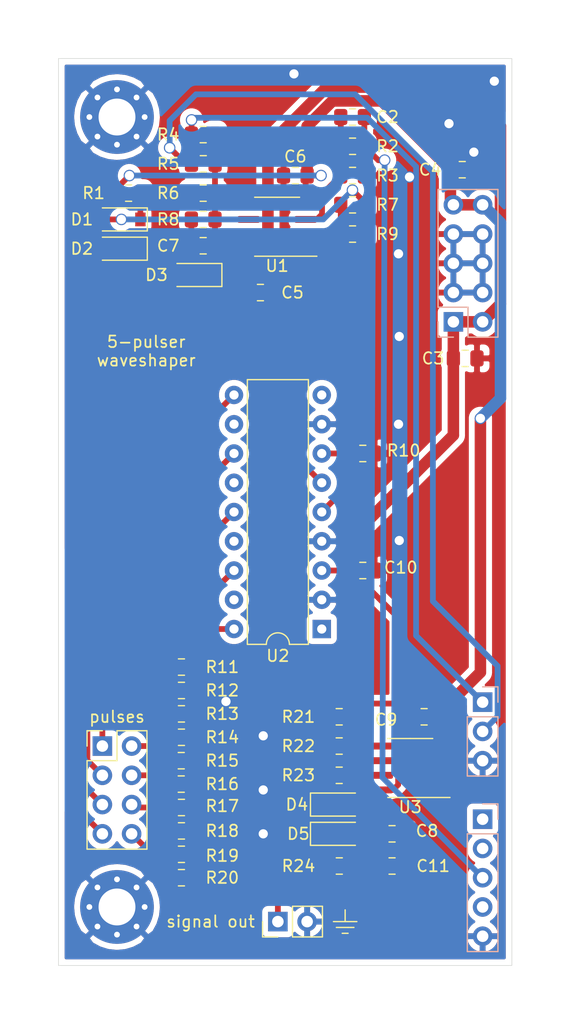
<source format=kicad_pcb>
(kicad_pcb (version 20171130) (host pcbnew 5.1.6-c6e7f7d~86~ubuntu18.04.1)
  (layers (0 F.Cu signal) (31 B.Cu signal) (34 B.Paste user hide) (35 F.Paste user hide) (36 B.SilkS user) (37 F.SilkS user) (38 B.Mask user) (39 F.Mask user hide) (44 Edge.Cuts user))
  (net 0 "")
  (net 1 "Net-(C2-Pad2)")
  (net 2 "Net-(C2-Pad1)")
  (net 3 "Net-(C7-Pad2)")
  (net 4 "Net-(C7-Pad1)")
  (net 5 GND)
  (net 6 "Net-(C11-Pad1)")
  (net 7 -5_volts)
  (net 8 "Net-(D1-Pad1)")
  (net 9 "Net-(D3-Pad1)")
  (net 10 "Net-(D4-Pad2)")
  (net 11 "Net-(J1-Pad4)")
  (net 12 "Net-(J1-Pad2)")
  (net 13 "Net-(J1-Pad1)")
  (net 14 "Net-(J2-Pad2)")
  (net 15 "Net-(J2-Pad1)")
  (net 16 "Net-(J4-Pad1)")
  (net 17 "Net-(R7-Pad1)")
  (net 18 "Net-(R9-Pad1)")
  (net 19 "Net-(R10-Pad1)")
  (net 20 "Net-(R11-Pad1)")
  (net 21 "Net-(R12-Pad1)")
  (net 22 "Net-(R21-Pad1)")
  (net 23 "Net-(R23-Pad2)")
  (net 24 "Net-(U2-Pad9)")
  (net 25 "Net-(U2-Pad17)")
  (net 26 "Net-(U2-Pad15)")
  (net 27 "Net-(U2-Pad13)")
  (net 28 "Net-(U2-Pad11)")
  (net 29 "Net-(U2-Pad1)")
  (net 30 "Net-(J5-Pad8)")
  (net 31 "Net-(J5-Pad7)")
  (net 32 "Net-(J5-Pad6)")
  (net 33 "Net-(J5-Pad5)")
  (net 34 "Net-(J5-Pad4)")
  (net 35 "Net-(J5-Pad3)")
  (net 36 "Net-(J5-Pad2)")
  (net 37 "Net-(J5-Pad1)")
  (net 38 "Net-(U3-Pad1)")
  (net 39 +12V)
  (net 40 -12V)
  (module Connector_PinHeader_2.54mm:PinHeader_2x05_P2.54mm_Vertical (layer B.Cu) (at 110.49 60.96)
    (fp_text reference J3 hide)
    (fp_text value Conn_02x05_Odd_Even)
    (pad 10 thru_hole oval (at 2.54 -10.16) (size 1.7 1.7) (drill 1) (layers *.Cu *.Mask) (net 40 -12V))
    (pad 9 thru_hole oval (at 0 -10.16) (size 1.7 1.7) (drill 1) (layers *.Cu *.Mask) (net 40 -12V))
    (pad 8 thru_hole oval (at 2.54 -7.62) (size 1.7 1.7) (drill 1) (layers *.Cu *.Mask) (net 5 GND))
    (pad 7 thru_hole oval (at 0 -7.62) (size 1.7 1.7) (drill 1) (layers *.Cu *.Mask) (net 5 GND))
    (pad 6 thru_hole oval (at 2.54 -5.08) (size 1.7 1.7) (drill 1) (layers *.Cu *.Mask) (net 5 GND))
    (pad 5 thru_hole oval (at 0 -5.08) (size 1.7 1.7) (drill 1) (layers *.Cu *.Mask) (net 5 GND))
    (pad 4 thru_hole oval (at 2.54 -2.54) (size 1.7 1.7) (drill 1) (layers *.Cu *.Mask) (net 5 GND))
    (pad 3 thru_hole oval (at 0 -2.54) (size 1.7 1.7) (drill 1) (layers *.Cu *.Mask) (net 5 GND))
    (pad 2 thru_hole oval (at 2.54 0) (size 1.7 1.7) (drill 1) (layers *.Cu *.Mask) (net 39 +12V))
    (pad 1 thru_hole rect (at 0 0) (size 1.7 1.7) (drill 1) (layers *.Cu *.Mask) (net 39 +12V))
  )
  (module Connector_PinHeader_2.54mm:PinHeader_2x04_P2.54mm_Vertical (layer F.Cu) (at 80.01 97.79)
    (fp_text reference J5 hide)
    (fp_text value pulses)
    (pad 8 thru_hole oval (at 2.54 7.62) (size 1.7 1.7) (drill 1) (layers *.Cu *.Mask) (net 30 "Net-(J5-Pad8)"))
    (pad 7 thru_hole oval (at 0 7.62) (size 1.7 1.7) (drill 1) (layers *.Cu *.Mask) (net 31 "Net-(J5-Pad7)"))
    (pad 6 thru_hole oval (at 2.54 5.08) (size 1.7 1.7) (drill 1) (layers *.Cu *.Mask) (net 32 "Net-(J5-Pad6)"))
    (pad 5 thru_hole oval (at 0 5.08) (size 1.7 1.7) (drill 1) (layers *.Cu *.Mask) (net 33 "Net-(J5-Pad5)"))
    (pad 4 thru_hole oval (at 2.54 2.54) (size 1.7 1.7) (drill 1) (layers *.Cu *.Mask) (net 34 "Net-(J5-Pad4)"))
    (pad 3 thru_hole oval (at 0 2.54) (size 1.7 1.7) (drill 1) (layers *.Cu *.Mask) (net 35 "Net-(J5-Pad3)"))
    (pad 2 thru_hole oval (at 2.54 0) (size 1.7 1.7) (drill 1) (layers *.Cu *.Mask) (net 36 "Net-(J5-Pad2)"))
    (pad 1 thru_hole rect (at 0 0) (size 1.7 1.7) (drill 1) (layers *.Cu *.Mask) (net 37 "Net-(J5-Pad1)"))
  )
  (module Package_SO:SOIC-8_3.9x4.9mm_P1.27mm (layer F.Cu) (at 106.745 99.695 180)
    (fp_text reference U3 (at 0 -3.4) (layer F.SilkS))
    (fp_text value TL072)
    (pad 8 smd roundrect (at 2.475 -1.905 180) (size 1.95 0.6) (layers F.Cu F.Paste F.Mask) (net 39 +12V))
    (pad 7 smd roundrect (at 2.475 -0.635 180) (size 1.95 0.6) (layers F.Cu F.Paste F.Mask) (net 23 "Net-(R23-Pad2)"))
    (pad 6 smd roundrect (at 2.475 0.635 180) (size 1.95 0.6) (layers F.Cu F.Paste F.Mask) (net 21 "Net-(R12-Pad1)"))
    (pad 5 smd roundrect (at 2.475 1.905 180) (size 1.95 0.6) (layers F.Cu F.Paste F.Mask) (net 22 "Net-(R21-Pad1)"))
    (pad 4 smd roundrect (at -2.475 1.905 180) (size 1.95 0.6) (layers F.Cu F.Paste F.Mask) (net 40 -12V))
    (pad 3 smd roundrect (at -2.475 0.635 180) (size 1.95 0.6) (layers F.Cu F.Paste F.Mask) (net 5 GND))
    (pad 2 smd roundrect (at -2.475 -0.635 180) (size 1.95 0.6) (layers F.Cu F.Paste F.Mask) (net 38 "Net-(U3-Pad1)"))
    (pad 1 smd roundrect (at -2.475 -1.905 180) (size 1.95 0.6) (layers F.Cu F.Paste F.Mask) (net 38 "Net-(U3-Pad1)"))
  )
  (module Package_DIP:DIP-18_W7.62mm (layer F.Cu) (at 99.06 87.63 180)
    (fp_text reference U2 (at 3.81 -2.33) (layer F.SilkS))
    (fp_text value LM3914)
    (pad 18 thru_hole oval (at 7.62 0 180) (size 1.6 1.6) (drill 0.8) (layers *.Cu *.Mask) (net 20 "Net-(R11-Pad1)"))
    (pad 9 thru_hole oval (at 0 20.32 180) (size 1.6 1.6) (drill 0.8) (layers *.Cu *.Mask) (net 24 "Net-(U2-Pad9)"))
    (pad 17 thru_hole oval (at 7.62 2.54 180) (size 1.6 1.6) (drill 0.8) (layers *.Cu *.Mask) (net 25 "Net-(U2-Pad17)"))
    (pad 8 thru_hole oval (at 0 17.78 180) (size 1.6 1.6) (drill 0.8) (layers *.Cu *.Mask) (net 5 GND))
    (pad 16 thru_hole oval (at 7.62 5.08 180) (size 1.6 1.6) (drill 0.8) (layers *.Cu *.Mask) (net 37 "Net-(J5-Pad1)"))
    (pad 7 thru_hole oval (at 0 15.24 180) (size 1.6 1.6) (drill 0.8) (layers *.Cu *.Mask) (net 19 "Net-(R10-Pad1)"))
    (pad 15 thru_hole oval (at 7.62 7.62 180) (size 1.6 1.6) (drill 0.8) (layers *.Cu *.Mask) (net 26 "Net-(U2-Pad15)"))
    (pad 6 thru_hole oval (at 0 12.7 180) (size 1.6 1.6) (drill 0.8) (layers *.Cu *.Mask) (net 9 "Net-(D3-Pad1)"))
    (pad 14 thru_hole oval (at 7.62 10.16 180) (size 1.6 1.6) (drill 0.8) (layers *.Cu *.Mask) (net 35 "Net-(J5-Pad3)"))
    (pad 5 thru_hole oval (at 0 10.16 180) (size 1.6 1.6) (drill 0.8) (layers *.Cu *.Mask) (net 18 "Net-(R9-Pad1)"))
    (pad 13 thru_hole oval (at 7.62 12.7 180) (size 1.6 1.6) (drill 0.8) (layers *.Cu *.Mask) (net 27 "Net-(U2-Pad13)"))
    (pad 4 thru_hole oval (at 0 7.62 180) (size 1.6 1.6) (drill 0.8) (layers *.Cu *.Mask) (net 5 GND))
    (pad 12 thru_hole oval (at 7.62 15.24 180) (size 1.6 1.6) (drill 0.8) (layers *.Cu *.Mask) (net 33 "Net-(J5-Pad5)"))
    (pad 3 thru_hole oval (at 0 5.08 180) (size 1.6 1.6) (drill 0.8) (layers *.Cu *.Mask) (net 39 +12V))
    (pad 11 thru_hole oval (at 7.62 17.78 180) (size 1.6 1.6) (drill 0.8) (layers *.Cu *.Mask) (net 28 "Net-(U2-Pad11)"))
    (pad 2 thru_hole oval (at 0 2.54 180) (size 1.6 1.6) (drill 0.8) (layers *.Cu *.Mask) (net 5 GND))
    (pad 10 thru_hole oval (at 7.62 20.32 180) (size 1.6 1.6) (drill 0.8) (layers *.Cu *.Mask) (net 31 "Net-(J5-Pad7)"))
    (pad 1 thru_hole rect (at 0 0 180) (size 1.6 1.6) (drill 0.8) (layers *.Cu *.Mask) (net 29 "Net-(U2-Pad1)"))
  )
  (module Package_SO:SOIC-8_3.9x4.9mm_P1.27mm (layer F.Cu) (at 95.185 52.705 180)
    (fp_text reference U1 (at 0 -3.4) (layer F.SilkS))
    (fp_text value TL072)
    (pad 8 smd roundrect (at 2.475 -1.905 180) (size 1.95 0.6) (layers F.Cu F.Paste F.Mask) (net 39 +12V))
    (pad 7 smd roundrect (at 2.475 -0.635 180) (size 1.95 0.6) (layers F.Cu F.Paste F.Mask) (net 4 "Net-(C7-Pad1)"))
    (pad 6 smd roundrect (at 2.475 0.635 180) (size 1.95 0.6) (layers F.Cu F.Paste F.Mask) (net 3 "Net-(C7-Pad2)"))
    (pad 5 smd roundrect (at 2.475 1.905 180) (size 1.95 0.6) (layers F.Cu F.Paste F.Mask) (net 5 GND))
    (pad 4 smd roundrect (at -2.475 1.905 180) (size 1.95 0.6) (layers F.Cu F.Paste F.Mask) (net 40 -12V))
    (pad 3 smd roundrect (at -2.475 0.635 180) (size 1.95 0.6) (layers F.Cu F.Paste F.Mask) (net 2 "Net-(C2-Pad1)"))
    (pad 2 smd roundrect (at -2.475 -0.635 180) (size 1.95 0.6) (layers F.Cu F.Paste F.Mask) (net 17 "Net-(R7-Pad1)"))
    (pad 1 smd roundrect (at -2.475 -1.905 180) (size 1.95 0.6) (layers F.Cu F.Paste F.Mask) (net 18 "Net-(R9-Pad1)"))
  )
  (module Resistor_SMD:R_0805_2012Metric_Pad1.15x1.40mm_HandSolder (layer F.Cu) (at 100.584 108.204)
    (fp_text reference R24 (at -3.547 0) (layer F.SilkS))
    (fp_text value 1k)
    (pad 2 smd roundrect (at 1.025 0) (size 1.15 1.4) (layers F.Cu F.Paste F.Mask) (roundrect_rratio 0.217391) (net 6 "Net-(C11-Pad1)"))
    (pad 1 smd roundrect (at -1.025 0) (size 1.15 1.4) (layers F.Cu F.Paste F.Mask) (roundrect_rratio 0.217391) (net 16 "Net-(J4-Pad1)"))
  )
  (module Resistor_SMD:R_0805_2012Metric_Pad1.15x1.40mm_HandSolder (layer F.Cu) (at 100.575 100.33)
    (fp_text reference R23 (at -3.547 0) (layer F.SilkS))
    (fp_text value 3k9)
    (pad 2 smd roundrect (at 1.025 0) (size 1.15 1.4) (layers F.Cu F.Paste F.Mask) (roundrect_rratio 0.217391) (net 23 "Net-(R23-Pad2)"))
    (pad 1 smd roundrect (at -1.025 0) (size 1.15 1.4) (layers F.Cu F.Paste F.Mask) (roundrect_rratio 0.217391) (net 6 "Net-(C11-Pad1)"))
  )
  (module Resistor_SMD:R_0805_2012Metric_Pad1.15x1.40mm_HandSolder (layer F.Cu) (at 100.575 97.79)
    (fp_text reference R22 (at -3.547 0) (layer F.SilkS))
    (fp_text value 22k)
    (pad 2 smd roundrect (at 1.025 0) (size 1.15 1.4) (layers F.Cu F.Paste F.Mask) (roundrect_rratio 0.217391) (net 22 "Net-(R21-Pad1)"))
    (pad 1 smd roundrect (at -1.025 0) (size 1.15 1.4) (layers F.Cu F.Paste F.Mask) (roundrect_rratio 0.217391) (net 5 GND))
  )
  (module Resistor_SMD:R_0805_2012Metric_Pad1.15x1.40mm_HandSolder (layer F.Cu) (at 100.575 95.25 180)
    (fp_text reference R21 (at 3.547 0) (layer F.SilkS))
    (fp_text value 3k9)
    (pad 2 smd roundrect (at 1.025 0 180) (size 1.15 1.4) (layers F.Cu F.Paste F.Mask) (roundrect_rratio 0.217391) (net 39 +12V))
    (pad 1 smd roundrect (at -1.025 0 180) (size 1.15 1.4) (layers F.Cu F.Paste F.Mask) (roundrect_rratio 0.217391) (net 22 "Net-(R21-Pad1)"))
  )
  (module Resistor_SMD:R_0805_2012Metric_Pad1.15x1.40mm_HandSolder (layer F.Cu) (at 86.877 109.22 180)
    (fp_text reference R20 (at -3.547 0) (layer F.SilkS))
    (fp_text value 150k)
    (pad 2 smd roundrect (at 1.025 0 180) (size 1.15 1.4) (layers F.Cu F.Paste F.Mask) (roundrect_rratio 0.217391) (net 30 "Net-(J5-Pad8)"))
    (pad 1 smd roundrect (at -1.025 0 180) (size 1.15 1.4) (layers F.Cu F.Paste F.Mask) (roundrect_rratio 0.217391) (net 21 "Net-(R12-Pad1)"))
  )
  (module Resistor_SMD:R_0805_2012Metric_Pad1.15x1.40mm_HandSolder (layer F.Cu) (at 86.877 107.188)
    (fp_text reference R19 (at 3.547 0.127) (layer F.SilkS))
    (fp_text value 10k)
    (pad 2 smd roundrect (at 1.025 0) (size 1.15 1.4) (layers F.Cu F.Paste F.Mask) (roundrect_rratio 0.217391) (net 39 +12V))
    (pad 1 smd roundrect (at -1.025 0) (size 1.15 1.4) (layers F.Cu F.Paste F.Mask) (roundrect_rratio 0.217391) (net 30 "Net-(J5-Pad8)"))
  )
  (module Resistor_SMD:R_0805_2012Metric_Pad1.15x1.40mm_HandSolder (layer F.Cu) (at 86.877 105.156 180)
    (fp_text reference R18 (at -3.547 0) (layer F.SilkS))
    (fp_text value 150k)
    (pad 2 smd roundrect (at 1.025 0 180) (size 1.15 1.4) (layers F.Cu F.Paste F.Mask) (roundrect_rratio 0.217391) (net 32 "Net-(J5-Pad6)"))
    (pad 1 smd roundrect (at -1.025 0 180) (size 1.15 1.4) (layers F.Cu F.Paste F.Mask) (roundrect_rratio 0.217391) (net 21 "Net-(R12-Pad1)"))
  )
  (module Resistor_SMD:R_0805_2012Metric_Pad1.15x1.40mm_HandSolder (layer F.Cu) (at 86.877 103.124)
    (fp_text reference R17 (at 3.547 -0.127) (layer F.SilkS))
    (fp_text value 10k)
    (pad 2 smd roundrect (at 1.025 0) (size 1.15 1.4) (layers F.Cu F.Paste F.Mask) (roundrect_rratio 0.217391) (net 39 +12V))
    (pad 1 smd roundrect (at -1.025 0) (size 1.15 1.4) (layers F.Cu F.Paste F.Mask) (roundrect_rratio 0.217391) (net 32 "Net-(J5-Pad6)"))
  )
  (module Resistor_SMD:R_0805_2012Metric_Pad1.15x1.40mm_HandSolder (layer F.Cu) (at 86.859 101.092 180)
    (fp_text reference R16 (at -3.565 0) (layer F.SilkS))
    (fp_text value 150k)
    (pad 2 smd roundrect (at 1.025 0 180) (size 1.15 1.4) (layers F.Cu F.Paste F.Mask) (roundrect_rratio 0.217391) (net 34 "Net-(J5-Pad4)"))
    (pad 1 smd roundrect (at -1.025 0 180) (size 1.15 1.4) (layers F.Cu F.Paste F.Mask) (roundrect_rratio 0.217391) (net 21 "Net-(R12-Pad1)"))
  )
  (module Resistor_SMD:R_0805_2012Metric_Pad1.15x1.40mm_HandSolder (layer F.Cu) (at 86.859 99.06)
    (fp_text reference R15 (at 3.565 0) (layer F.SilkS))
    (fp_text value 10k)
    (pad 2 smd roundrect (at 1.025 0) (size 1.15 1.4) (layers F.Cu F.Paste F.Mask) (roundrect_rratio 0.217391) (net 39 +12V))
    (pad 1 smd roundrect (at -1.025 0) (size 1.15 1.4) (layers F.Cu F.Paste F.Mask) (roundrect_rratio 0.217391) (net 34 "Net-(J5-Pad4)"))
  )
  (module Resistor_SMD:R_0805_2012Metric_Pad1.15x1.40mm_HandSolder (layer F.Cu) (at 86.877 97.028 180)
    (fp_text reference R14 (at -3.547 0) (layer F.SilkS))
    (fp_text value 150k)
    (pad 2 smd roundrect (at 1.025 0 180) (size 1.15 1.4) (layers F.Cu F.Paste F.Mask) (roundrect_rratio 0.217391) (net 36 "Net-(J5-Pad2)"))
    (pad 1 smd roundrect (at -1.025 0 180) (size 1.15 1.4) (layers F.Cu F.Paste F.Mask) (roundrect_rratio 0.217391) (net 21 "Net-(R12-Pad1)"))
  )
  (module Resistor_SMD:R_0805_2012Metric_Pad1.15x1.40mm_HandSolder (layer F.Cu) (at 86.877 94.996)
    (fp_text reference R13 (at 3.547 0) (layer F.SilkS))
    (fp_text value 10k)
    (pad 2 smd roundrect (at 1.025 0) (size 1.15 1.4) (layers F.Cu F.Paste F.Mask) (roundrect_rratio 0.217391) (net 39 +12V))
    (pad 1 smd roundrect (at -1.025 0) (size 1.15 1.4) (layers F.Cu F.Paste F.Mask) (roundrect_rratio 0.217391) (net 36 "Net-(J5-Pad2)"))
  )
  (module Resistor_SMD:R_0805_2012Metric_Pad1.15x1.40mm_HandSolder (layer F.Cu) (at 86.877 92.964 180)
    (fp_text reference R12 (at -3.547 0) (layer F.SilkS))
    (fp_text value 120k)
    (pad 2 smd roundrect (at 1.025 0 180) (size 1.15 1.4) (layers F.Cu F.Paste F.Mask) (roundrect_rratio 0.217391) (net 20 "Net-(R11-Pad1)"))
    (pad 1 smd roundrect (at -1.025 0 180) (size 1.15 1.4) (layers F.Cu F.Paste F.Mask) (roundrect_rratio 0.217391) (net 21 "Net-(R12-Pad1)"))
  )
  (module Resistor_SMD:R_0805_2012Metric_Pad1.15x1.40mm_HandSolder (layer F.Cu) (at 86.877 90.932)
    (fp_text reference R11 (at 3.547 0) (layer F.SilkS))
    (fp_text value 10k)
    (pad 2 smd roundrect (at 1.025 0) (size 1.15 1.4) (layers F.Cu F.Paste F.Mask) (roundrect_rratio 0.217391) (net 39 +12V))
    (pad 1 smd roundrect (at -1.025 0) (size 1.15 1.4) (layers F.Cu F.Paste F.Mask) (roundrect_rratio 0.217391) (net 20 "Net-(R11-Pad1)"))
  )
  (module Resistor_SMD:R_0805_2012Metric_Pad1.15x1.40mm_HandSolder (layer F.Cu) (at 102.625 72.39)
    (fp_text reference R10 (at 3.547 -0.254) (layer F.SilkS))
    (fp_text value 5k6)
    (pad 2 smd roundrect (at 1.025 0) (size 1.15 1.4) (layers F.Cu F.Paste F.Mask) (roundrect_rratio 0.217391) (net 5 GND))
    (pad 1 smd roundrect (at -1.025 0) (size 1.15 1.4) (layers F.Cu F.Paste F.Mask) (roundrect_rratio 0.217391) (net 19 "Net-(R10-Pad1)"))
  )
  (module Resistor_SMD:R_0805_2012Metric_Pad1.15x1.40mm_HandSolder (layer F.Cu) (at 101.736 53.34 180)
    (fp_text reference R9 (at -3.039 0) (layer F.SilkS))
    (fp_text value 22k)
    (pad 2 smd roundrect (at 1.025 0 180) (size 1.15 1.4) (layers F.Cu F.Paste F.Mask) (roundrect_rratio 0.217391) (net 17 "Net-(R7-Pad1)"))
    (pad 1 smd roundrect (at -1.025 0 180) (size 1.15 1.4) (layers F.Cu F.Paste F.Mask) (roundrect_rratio 0.217391) (net 18 "Net-(R9-Pad1)"))
  )
  (module Resistor_SMD:R_0805_2012Metric_Pad1.15x1.40mm_HandSolder (layer F.Cu) (at 88.764 52.07)
    (fp_text reference R8 (at -3.039 0) (layer F.SilkS))
    (fp_text value 82k)
    (pad 2 smd roundrect (at 1.025 0) (size 1.15 1.4) (layers F.Cu F.Paste F.Mask) (roundrect_rratio 0.217391) (net 3 "Net-(C7-Pad2)"))
    (pad 1 smd roundrect (at -1.025 0) (size 1.15 1.4) (layers F.Cu F.Paste F.Mask) (roundrect_rratio 0.217391) (net 4 "Net-(C7-Pad1)"))
  )
  (module Resistor_SMD:R_0805_2012Metric_Pad1.15x1.40mm_HandSolder (layer F.Cu) (at 101.736 50.8)
    (fp_text reference R7 (at 3.039 0) (layer F.SilkS))
    (fp_text value 220k)
    (pad 2 smd roundrect (at 1.025 0) (size 1.15 1.4) (layers F.Cu F.Paste F.Mask) (roundrect_rratio 0.217391) (net 7 -5_volts))
    (pad 1 smd roundrect (at -1.025 0) (size 1.15 1.4) (layers F.Cu F.Paste F.Mask) (roundrect_rratio 0.217391) (net 17 "Net-(R7-Pad1)"))
  )
  (module Resistor_SMD:R_0805_2012Metric_Pad1.15x1.40mm_HandSolder (layer F.Cu) (at 88.764 49.784 180)
    (fp_text reference R6 (at 3.039 0) (layer F.SilkS))
    (fp_text value 82k)
    (pad 2 smd roundrect (at 1.025 0 180) (size 1.15 1.4) (layers F.Cu F.Paste F.Mask) (roundrect_rratio 0.217391) (net 8 "Net-(D1-Pad1)"))
    (pad 1 smd roundrect (at -1.025 0 180) (size 1.15 1.4) (layers F.Cu F.Paste F.Mask) (roundrect_rratio 0.217391) (net 3 "Net-(C7-Pad2)"))
  )
  (module Resistor_SMD:R_0805_2012Metric_Pad1.15x1.40mm_HandSolder (layer F.Cu) (at 88.773 47.244 180)
    (fp_text reference R5 (at 3.048 0) (layer F.SilkS))
    (fp_text value 82k)
    (pad 2 smd roundrect (at 1.025 0 180) (size 1.15 1.4) (layers F.Cu F.Paste F.Mask) (roundrect_rratio 0.217391) (net 14 "Net-(J2-Pad2)"))
    (pad 1 smd roundrect (at -1.025 0 180) (size 1.15 1.4) (layers F.Cu F.Paste F.Mask) (roundrect_rratio 0.217391) (net 3 "Net-(C7-Pad2)"))
  )
  (module Resistor_SMD:R_0805_2012Metric_Pad1.15x1.40mm_HandSolder (layer F.Cu) (at 88.764 44.704 180)
    (fp_text reference R4 (at 3.039 0) (layer F.SilkS))
    (fp_text value 200k)
    (pad 2 smd roundrect (at 1.025 0 180) (size 1.15 1.4) (layers F.Cu F.Paste F.Mask) (roundrect_rratio 0.217391) (net 15 "Net-(J2-Pad1)"))
    (pad 1 smd roundrect (at -1.025 0 180) (size 1.15 1.4) (layers F.Cu F.Paste F.Mask) (roundrect_rratio 0.217391) (net 3 "Net-(C7-Pad2)"))
  )
  (module Resistor_SMD:R_0805_2012Metric_Pad1.15x1.40mm_HandSolder (layer F.Cu) (at 101.736 48.26 180)
    (fp_text reference R3 (at -3.039 0) (layer F.SilkS))
    (fp_text value 22k)
    (pad 2 smd roundrect (at 1.025 0 180) (size 1.15 1.4) (layers F.Cu F.Paste F.Mask) (roundrect_rratio 0.217391) (net 2 "Net-(C2-Pad1)"))
    (pad 1 smd roundrect (at -1.025 0 180) (size 1.15 1.4) (layers F.Cu F.Paste F.Mask) (roundrect_rratio 0.217391) (net 5 GND))
  )
  (module Resistor_SMD:R_0805_2012Metric_Pad1.15x1.40mm_HandSolder (layer F.Cu) (at 101.736 45.72 180)
    (fp_text reference R2 (at -3.039 0) (layer F.SilkS))
    (fp_text value 220k)
    (pad 2 smd roundrect (at 1.025 0 180) (size 1.15 1.4) (layers F.Cu F.Paste F.Mask) (roundrect_rratio 0.217391) (net 2 "Net-(C2-Pad1)"))
    (pad 1 smd roundrect (at -1.025 0 180) (size 1.15 1.4) (layers F.Cu F.Paste F.Mask) (roundrect_rratio 0.217391) (net 1 "Net-(C2-Pad2)"))
  )
  (module Resistor_SMD:R_0805_2012Metric_Pad1.15x1.40mm_HandSolder (layer F.Cu) (at 82.287 49.784 180)
    (fp_text reference R1 (at 3.039 0) (layer F.SilkS))
    (fp_text value 3k9)
    (pad 2 smd roundrect (at 1.025 0 180) (size 1.15 1.4) (layers F.Cu F.Paste F.Mask) (roundrect_rratio 0.217391) (net 40 -12V))
    (pad 1 smd roundrect (at -1.025 0 180) (size 1.15 1.4) (layers F.Cu F.Paste F.Mask) (roundrect_rratio 0.217391) (net 8 "Net-(D1-Pad1)"))
  )
  (module Connector_PinHeader_2.54mm:PinHeader_1x02_P2.54mm_Vertical (layer F.Cu) (at 95.25 113.03 90)
    (fp_text reference J4 hide)
    (fp_text value signal_out)
    (pad 2 thru_hole oval (at 0 2.54 90) (size 1.7 1.7) (drill 1) (layers *.Cu *.Mask) (net 5 GND))
    (pad 1 thru_hole rect (at 0 0 90) (size 1.7 1.7) (drill 1) (layers *.Cu *.Mask) (net 16 "Net-(J4-Pad1)"))
  )
  (module Connector_PinHeader_2.54mm:PinHeader_1x03_P2.54mm_Vertical (layer B.Cu) (at 113.03 93.98 180)
    (fp_text reference J2 hide)
    (fp_text value CV_in)
    (pad 3 thru_hole oval (at 0 -5.08 180) (size 1.7 1.7) (drill 1) (layers *.Cu *.Mask) (net 5 GND))
    (pad 2 thru_hole oval (at 0 -2.54 180) (size 1.7 1.7) (drill 1) (layers *.Cu *.Mask) (net 14 "Net-(J2-Pad2)"))
    (pad 1 thru_hole rect (at 0 0 180) (size 1.7 1.7) (drill 1) (layers *.Cu *.Mask) (net 15 "Net-(J2-Pad1)"))
  )
  (module Connector_PinHeader_2.54mm:PinHeader_1x05_P2.54mm_Vertical (layer B.Cu) (at 113.03 104.14 180)
    (fp_text reference J1)
    (fp_text value signal_in)
    (pad 5 thru_hole oval (at 0 -10.16 180) (size 1.7 1.7) (drill 1) (layers *.Cu *.Mask) (net 5 GND))
    (pad 4 thru_hole oval (at 0 -7.62 180) (size 1.7 1.7) (drill 1) (layers *.Cu *.Mask) (net 11 "Net-(J1-Pad4)"))
    (pad 3 thru_hole oval (at 0 -5.08 180) (size 1.7 1.7) (drill 1) (layers *.Cu *.Mask) (net 1 "Net-(C2-Pad2)"))
    (pad 2 thru_hole oval (at 0 -2.54 180) (size 1.7 1.7) (drill 1) (layers *.Cu *.Mask) (net 12 "Net-(J1-Pad2)"))
    (pad 1 thru_hole rect (at 0 0 180) (size 1.7 1.7) (drill 1) (layers *.Cu *.Mask) (net 13 "Net-(J1-Pad1)"))
  )
  (module MountingHole:MountingHole_3.2mm_M3_Pad_Via (layer F.Cu) (at 81.28 43.18)
    (fp_text reference H2)
    (fp_text value MountingHole_Pad)
    (pad 1 thru_hole circle (at 1.697056 -1.697056) (size 0.8 0.8) (drill 0.5) (layers *.Cu *.Mask) (net 5 GND))
    (pad 1 thru_hole circle (at 0 -2.4) (size 0.8 0.8) (drill 0.5) (layers *.Cu *.Mask) (net 5 GND))
    (pad 1 thru_hole circle (at -1.697056 -1.697056) (size 0.8 0.8) (drill 0.5) (layers *.Cu *.Mask) (net 5 GND))
    (pad 1 thru_hole circle (at -2.4 0) (size 0.8 0.8) (drill 0.5) (layers *.Cu *.Mask) (net 5 GND))
    (pad 1 thru_hole circle (at -1.697056 1.697056) (size 0.8 0.8) (drill 0.5) (layers *.Cu *.Mask) (net 5 GND))
    (pad 1 thru_hole circle (at 0 2.4) (size 0.8 0.8) (drill 0.5) (layers *.Cu *.Mask) (net 5 GND))
    (pad 1 thru_hole circle (at 1.697056 1.697056) (size 0.8 0.8) (drill 0.5) (layers *.Cu *.Mask) (net 5 GND))
    (pad 1 thru_hole circle (at 2.4 0) (size 0.8 0.8) (drill 0.5) (layers *.Cu *.Mask) (net 5 GND))
    (pad 1 thru_hole circle (at 0 0) (size 6.4 6.4) (drill 3.2) (layers *.Cu *.Mask) (net 5 GND))
  )
  (module MountingHole:MountingHole_3.2mm_M3_Pad_Via (layer F.Cu) (at 81.28 111.76)
    (fp_text reference H1)
    (fp_text value MountingHole_Pad)
    (pad 1 thru_hole circle (at 1.697056 -1.697056) (size 0.8 0.8) (drill 0.5) (layers *.Cu *.Mask) (net 5 GND))
    (pad 1 thru_hole circle (at 0 -2.4) (size 0.8 0.8) (drill 0.5) (layers *.Cu *.Mask) (net 5 GND))
    (pad 1 thru_hole circle (at -1.697056 -1.697056) (size 0.8 0.8) (drill 0.5) (layers *.Cu *.Mask) (net 5 GND))
    (pad 1 thru_hole circle (at -2.4 0) (size 0.8 0.8) (drill 0.5) (layers *.Cu *.Mask) (net 5 GND))
    (pad 1 thru_hole circle (at -1.697056 1.697056) (size 0.8 0.8) (drill 0.5) (layers *.Cu *.Mask) (net 5 GND))
    (pad 1 thru_hole circle (at 0 2.4) (size 0.8 0.8) (drill 0.5) (layers *.Cu *.Mask) (net 5 GND))
    (pad 1 thru_hole circle (at 1.697056 1.697056) (size 0.8 0.8) (drill 0.5) (layers *.Cu *.Mask) (net 5 GND))
    (pad 1 thru_hole circle (at 2.4 0) (size 0.8 0.8) (drill 0.5) (layers *.Cu *.Mask) (net 5 GND))
    (pad 1 thru_hole circle (at 0 0) (size 6.4 6.4) (drill 3.2) (layers *.Cu *.Mask) (net 5 GND))
  )
  (module Diode_SMD:D_SOD-123 (layer F.Cu) (at 100.33 105.41)
    (fp_text reference D5 (at -3.302 0) (layer F.SilkS))
    (fp_text value 5v1)
    (pad 2 smd rect (at 1.65 0) (size 0.9 1.2) (layers F.Cu F.Paste F.Mask) (net 10 "Net-(D4-Pad2)"))
    (pad 1 smd rect (at -1.65 0) (size 0.9 1.2) (layers F.Cu F.Paste F.Mask) (net 5 GND))
  )
  (module Diode_SMD:D_SOD-123 (layer F.Cu) (at 100.33 102.87)
    (fp_text reference D4 (at -3.43 0) (layer F.SilkS))
    (fp_text value 5v1)
    (pad 2 smd rect (at 1.65 0) (size 0.9 1.2) (layers F.Cu F.Paste F.Mask) (net 10 "Net-(D4-Pad2)"))
    (pad 1 smd rect (at -1.65 0) (size 0.9 1.2) (layers F.Cu F.Paste F.Mask) (net 6 "Net-(C11-Pad1)"))
  )
  (module Diode_SMD:D_SOD-123 (layer F.Cu) (at 88.139 56.896 180)
    (fp_text reference D3 (at 3.43 0) (layer F.SilkS))
    (fp_text value 1N4148W)
    (pad 2 smd rect (at 1.65 0 180) (size 0.9 1.2) (layers F.Cu F.Paste F.Mask) (net 4 "Net-(C7-Pad1)"))
    (pad 1 smd rect (at -1.65 0 180) (size 0.9 1.2) (layers F.Cu F.Paste F.Mask) (net 9 "Net-(D3-Pad1)"))
  )
  (module Diode_SMD:D_SOD-123 (layer F.Cu) (at 81.662 54.61 180)
    (fp_text reference D2 (at 3.43 0) (layer F.SilkS))
    (fp_text value 5v1)
    (pad 2 smd rect (at 1.65 0 180) (size 0.9 1.2) (layers F.Cu F.Paste F.Mask) (net 7 -5_volts))
    (pad 1 smd rect (at -1.65 0 180) (size 0.9 1.2) (layers F.Cu F.Paste F.Mask) (net 5 GND))
  )
  (module Diode_SMD:D_SOD-123 (layer F.Cu) (at 81.662 52.07 180)
    (fp_text reference D1 (at 3.43 0) (layer F.SilkS))
    (fp_text value 1N4148W)
    (pad 2 smd rect (at 1.65 0 180) (size 0.9 1.2) (layers F.Cu F.Paste F.Mask) (net 7 -5_volts))
    (pad 1 smd rect (at -1.65 0 180) (size 0.9 1.2) (layers F.Cu F.Paste F.Mask) (net 8 "Net-(D1-Pad1)"))
  )
  (module Capacitor_SMD:C_0805_2012Metric_Pad1.15x1.40mm_HandSolder (layer F.Cu) (at 105.165 108.204)
    (fp_text reference C11 (at 3.565 0) (layer F.SilkS))
    (fp_text value 10nF)
    (pad 2 smd roundrect (at 1.025 0) (size 1.15 1.4) (layers F.Cu F.Paste F.Mask) (roundrect_rratio 0.217391) (net 5 GND))
    (pad 1 smd roundrect (at -1.025 0) (size 1.15 1.4) (layers F.Cu F.Paste F.Mask) (roundrect_rratio 0.217391) (net 6 "Net-(C11-Pad1)"))
  )
  (module Capacitor_SMD:C_0805_2012Metric_Pad1.15x1.40mm_HandSolder (layer F.Cu) (at 102.625 82.55)
    (fp_text reference C10 (at 3.302 -0.254) (layer F.SilkS))
    (fp_text value 100nF)
    (pad 2 smd roundrect (at 1.025 0) (size 1.15 1.4) (layers F.Cu F.Paste F.Mask) (roundrect_rratio 0.217391) (net 5 GND))
    (pad 1 smd roundrect (at -1.025 0) (size 1.15 1.4) (layers F.Cu F.Paste F.Mask) (roundrect_rratio 0.217391) (net 39 +12V))
  )
  (module Capacitor_SMD:C_0805_2012Metric_Pad1.15x1.40mm_HandSolder (layer F.Cu) (at 107.95 95.25)
    (fp_text reference C9 (at -3.302 0.254) (layer F.SilkS))
    (fp_text value 100nF)
    (pad 2 smd roundrect (at 1.025 0) (size 1.15 1.4) (layers F.Cu F.Paste F.Mask) (roundrect_rratio 0.217391) (net 40 -12V))
    (pad 1 smd roundrect (at -1.025 0) (size 1.15 1.4) (layers F.Cu F.Paste F.Mask) (roundrect_rratio 0.217391) (net 5 GND))
  )
  (module Capacitor_SMD:C_0805_2012Metric_Pad1.15x1.40mm_HandSolder (layer F.Cu) (at 105.165 105.41)
    (fp_text reference C8 (at 3.039 -0.254) (layer F.SilkS))
    (fp_text value 100nF)
    (pad 2 smd roundrect (at 1.025 0) (size 1.15 1.4) (layers F.Cu F.Paste F.Mask) (roundrect_rratio 0.217391) (net 5 GND))
    (pad 1 smd roundrect (at -1.025 0) (size 1.15 1.4) (layers F.Cu F.Paste F.Mask) (roundrect_rratio 0.217391) (net 39 +12V))
  )
  (module Capacitor_SMD:C_0805_2012Metric_Pad1.15x1.40mm_HandSolder (layer F.Cu) (at 88.764 54.356)
    (fp_text reference C7 (at -3.039 0) (layer F.SilkS))
    (fp_text value 56pF)
    (pad 2 smd roundrect (at 1.025 0) (size 1.15 1.4) (layers F.Cu F.Paste F.Mask) (roundrect_rratio 0.217391) (net 3 "Net-(C7-Pad2)"))
    (pad 1 smd roundrect (at -1.025 0) (size 1.15 1.4) (layers F.Cu F.Paste F.Mask) (roundrect_rratio 0.217391) (net 4 "Net-(C7-Pad1)"))
  )
  (module Capacitor_SMD:C_0805_2012Metric_Pad1.15x1.40mm_HandSolder (layer F.Cu) (at 96.765 48.26)
    (fp_text reference C6 (at 0 -1.65) (layer F.SilkS))
    (fp_text value 100nF)
    (pad 2 smd roundrect (at 1.025 0) (size 1.15 1.4) (layers F.Cu F.Paste F.Mask) (roundrect_rratio 0.217391) (net 40 -12V))
    (pad 1 smd roundrect (at -1.025 0) (size 1.15 1.4) (layers F.Cu F.Paste F.Mask) (roundrect_rratio 0.217391) (net 5 GND))
  )
  (module Capacitor_SMD:C_0805_2012Metric_Pad1.15x1.40mm_HandSolder (layer F.Cu) (at 93.735 58.42)
    (fp_text reference C5 (at 2.785 0) (layer F.SilkS))
    (fp_text value 100nF)
    (pad 2 smd roundrect (at 1.025 0) (size 1.15 1.4) (layers F.Cu F.Paste F.Mask) (roundrect_rratio 0.217391) (net 5 GND))
    (pad 1 smd roundrect (at -1.025 0) (size 1.15 1.4) (layers F.Cu F.Paste F.Mask) (roundrect_rratio 0.217391) (net 39 +12V))
  )
  (module Capacitor_SMD:C_0805_2012Metric_Pad1.15x1.40mm_HandSolder (layer F.Cu) (at 111.261 47.752 180)
    (fp_text reference C4 (at 2.785 0) (layer F.SilkS))
    (fp_text value 10uF)
    (pad 2 smd roundrect (at 1.025 0 180) (size 1.15 1.4) (layers F.Cu F.Paste F.Mask) (roundrect_rratio 0.217391) (net 40 -12V))
    (pad 1 smd roundrect (at -1.025 0 180) (size 1.15 1.4) (layers F.Cu F.Paste F.Mask) (roundrect_rratio 0.217391) (net 5 GND))
  )
  (module Capacitor_SMD:C_0805_2012Metric_Pad1.15x1.40mm_HandSolder (layer F.Cu) (at 111.515 64.135)
    (fp_text reference C3 (at -2.785 0) (layer F.SilkS))
    (fp_text value 10uF)
    (pad 2 smd roundrect (at 1.025 0) (size 1.15 1.4) (layers F.Cu F.Paste F.Mask) (roundrect_rratio 0.217391) (net 5 GND))
    (pad 1 smd roundrect (at -1.025 0) (size 1.15 1.4) (layers F.Cu F.Paste F.Mask) (roundrect_rratio 0.217391) (net 39 +12V))
  )
  (module Capacitor_SMD:C_0805_2012Metric_Pad1.15x1.40mm_HandSolder (layer F.Cu) (at 101.736 43.18)
    (fp_text reference C2 (at 3.039 0) (layer F.SilkS))
    (fp_text value 10pF)
    (pad 2 smd roundrect (at 1.025 0) (size 1.15 1.4) (layers F.Cu F.Paste F.Mask) (roundrect_rratio 0.217391) (net 1 "Net-(C2-Pad2)"))
    (pad 1 smd roundrect (at -1.025 0) (size 1.15 1.4) (layers F.Cu F.Paste F.Mask) (roundrect_rratio 0.217391) (net 2 "Net-(C2-Pad1)"))
  )
  (gr_line (start 101.092 113.03) (end 101.092 112.014) (layer F.SilkS) (width 0.12))
  (gr_line (start 101.854 113.03) (end 102.108 113.03) (layer F.SilkS) (width 0.12))
  (gr_line (start 101.6 113.538) (end 101.854 113.538) (layer F.SilkS) (width 0.12))
  (gr_line (start 101.092 114.046) (end 101.346 114.046) (layer F.SilkS) (width 0.12))
  (gr_line (start 101.6 113.03) (end 101.854 113.03) (layer F.SilkS) (width 0.12))
  (gr_line (start 101.346 113.538) (end 101.6 113.538) (layer F.SilkS) (width 0.12))
  (gr_line (start 100.838 114.046) (end 101.092 114.046) (layer F.SilkS) (width 0.12))
  (gr_line (start 100.33 113.538) (end 101.346 113.538) (layer F.SilkS) (width 0.12))
  (gr_line (start 100.076 113.03) (end 101.6 113.03) (layer F.SilkS) (width 0.12))
  (gr_text "signal out" (at 89.408 113.03) (layer F.SilkS) (effects (font (size 1 1))))
  (gr_text pulses (at 81.28 95.25) (layer F.SilkS) (effects (font (size 1 1))))
  (gr_text "5-pulser\nwaveshaper" (at 83.82 63.5) (layer F.SilkS) (effects (font (size 1 1))))
  (gr_line (start 115.57 38.1) (end 76.2 38.1) (layer Edge.Cuts) (width 0.05))
  (gr_line (start 115.57 116.84) (end 115.57 38.1) (layer Edge.Cuts) (width 0.05))
  (gr_line (start 76.2 116.84) (end 115.57 116.84) (layer Edge.Cuts) (width 0.05))
  (gr_line (start 76.2 115.57) (end 76.2 116.84) (layer Edge.Cuts) (width 0.05))
  (gr_line (start 76.2 38.1) (end 76.2 115.57) (layer Edge.Cuts) (width 0.05))
  (segment (start 102.761 43.18) (end 102.761 45.72) (width 0.5) (layer F.Cu) (net 1))
  (segment (start 104.3305 100.5205) (end 113.03 109.22) (width 0.5) (layer B.Cu) (net 1))
  (via (at 104.521 46.9265) (size 1) (drill 0.8) (layers F.Cu B.Cu) (net 1))
  (segment (start 104.521 46.9265) (end 104.3305 100.5205) (width 0.5) (layer B.Cu) (net 1))
  (segment (start 103.015 45.974) (end 102.761 45.72) (width 0.5) (layer F.Cu) (net 1))
  (segment (start 104.521 46.9265) (end 103.9675 46.9265) (width 0.5) (layer F.Cu) (net 1))
  (segment (start 103.9675 46.9265) (end 103.015 45.974) (width 0.5) (layer F.Cu) (net 1))
  (segment (start 99.08501 49.88599) (end 100.711 48.26) (width 0.5) (layer F.Cu) (net 2))
  (segment (start 99.08501 51.61999) (end 99.08501 49.88599) (width 0.5) (layer F.Cu) (net 2))
  (segment (start 98.635 52.07) (end 99.08501 51.61999) (width 0.5) (layer F.Cu) (net 2))
  (segment (start 97.66 52.07) (end 98.635 52.07) (width 0.5) (layer F.Cu) (net 2))
  (segment (start 100.711 48.26) (end 100.711 45.72) (width 0.5) (layer F.Cu) (net 2))
  (segment (start 100.711 45.72) (end 100.711 43.18) (width 0.5) (layer F.Cu) (net 2))
  (segment (start 89.789 54.356) (end 89.789 52.07) (width 0.5) (layer F.Cu) (net 3))
  (segment (start 89.789 52.07) (end 89.789 49.784) (width 0.5) (layer F.Cu) (net 3))
  (segment (start 89.789 47.253) (end 89.798 47.244) (width 0.5) (layer F.Cu) (net 3))
  (segment (start 89.789 49.784) (end 89.789 47.253) (width 0.5) (layer F.Cu) (net 3))
  (segment (start 89.798 44.713) (end 89.789 44.704) (width 0.5) (layer F.Cu) (net 3))
  (segment (start 89.798 47.244) (end 89.798 44.713) (width 0.5) (layer F.Cu) (net 3))
  (segment (start 92.71 52.07) (end 89.789 52.07) (width 0.5) (layer F.Cu) (net 3))
  (segment (start 87.739 52.07) (end 87.739 54.356) (width 0.5) (layer F.Cu) (net 4))
  (segment (start 86.489 55.606) (end 87.739 54.356) (width 0.5) (layer F.Cu) (net 4))
  (segment (start 86.489 56.896) (end 86.489 55.606) (width 0.5) (layer F.Cu) (net 4))
  (segment (start 91.735 53.34) (end 92.71 53.34) (width 0.5) (layer F.Cu) (net 4))
  (segment (start 91.28499 53.79001) (end 91.735 53.34) (width 0.5) (layer F.Cu) (net 4))
  (segment (start 90.403956 55.50601) (end 91.28499 54.624976) (width 0.5) (layer F.Cu) (net 4))
  (segment (start 88.18901 55.50601) (end 90.403956 55.50601) (width 0.5) (layer F.Cu) (net 4))
  (segment (start 91.28499 54.624976) (end 91.28499 53.79001) (width 0.5) (layer F.Cu) (net 4))
  (segment (start 87.739 55.056) (end 88.18901 55.50601) (width 0.5) (layer F.Cu) (net 4))
  (segment (start 87.739 54.356) (end 87.739 55.056) (width 0.5) (layer F.Cu) (net 4))
  (via (at 112.268 46.228) (size 1) (drill 0.8) (layers F.Cu B.Cu) (net 5))
  (via (at 110.109 43.7515) (size 1) (drill 0.8) (layers F.Cu B.Cu) (net 5))
  (via (at 93.98 96.901) (size 1) (drill 0.8) (layers F.Cu B.Cu) (net 5))
  (via (at 90.7415 93.9165) (size 1) (drill 0.8) (layers F.Cu B.Cu) (net 5))
  (via (at 93.98 101.6) (size 1) (drill 0.8) (layers F.Cu B.Cu) (net 5))
  (via (at 93.98 105.41) (size 1) (drill 0.8) (layers F.Cu B.Cu) (net 5))
  (via (at 114.046 40.0685) (size 1) (drill 0.8) (layers F.Cu B.Cu) (net 5))
  (via (at 96.647 39.4335) (size 1) (drill 0.8) (layers F.Cu B.Cu) (net 5))
  (via (at 106.68 48.387) (size 1) (drill 0.8) (layers F.Cu B.Cu) (net 5))
  (via (at 105.7275 55.0545) (size 1) (drill 0.8) (layers F.Cu B.Cu) (net 5))
  (via (at 105.791 79.9465) (size 1) (drill 0.8) (layers F.Cu B.Cu) (net 5))
  (via (at 105.7275 69.85) (size 1) (drill 0.8) (layers F.Cu B.Cu) (net 5))
  (via (at 105.791 62.23) (size 1) (drill 0.8) (layers F.Cu B.Cu) (net 5))
  (segment (start 99.55 102) (end 98.68 102.87) (width 0.5) (layer F.Cu) (net 6))
  (segment (start 99.55 100.33) (end 99.55 102) (width 0.5) (layer F.Cu) (net 6))
  (segment (start 101.609 108.204) (end 104.14 108.204) (width 0.5) (layer F.Cu) (net 6))
  (segment (start 101.079999 105.269999) (end 98.68 102.87) (width 0.5) (layer F.Cu) (net 6))
  (segment (start 101.079999 107.674999) (end 101.079999 105.269999) (width 0.5) (layer F.Cu) (net 6))
  (segment (start 101.609 108.204) (end 101.079999 107.674999) (width 0.5) (layer F.Cu) (net 6))
  (segment (start 80.012 52.07) (end 80.012 54.61) (width 0.5) (layer F.Cu) (net 7))
  (via (at 101.727 49.53) (size 1) (drill 0.8) (layers F.Cu B.Cu) (net 7))
  (segment (start 102.761 50.8) (end 102.761 50.564) (width 0.5) (layer F.Cu) (net 7))
  (segment (start 102.761 50.564) (end 101.727 49.53) (width 0.5) (layer F.Cu) (net 7))
  (segment (start 81.660991 52.07) (end 81.661 52.070009) (width 0.5) (layer F.Cu) (net 7))
  (segment (start 80.012 52.07) (end 81.660991 52.07) (width 0.5) (layer F.Cu) (net 7))
  (segment (start 99.186991 52.070009) (end 81.661 52.070009) (width 0.5) (layer B.Cu) (net 7))
  (via (at 81.661 52.070009) (size 1) (drill 0.8) (layers F.Cu B.Cu) (net 7))
  (segment (start 101.727 49.53) (end 99.186991 52.070009) (width 0.5) (layer B.Cu) (net 7))
  (segment (start 83.312 49.784) (end 83.312 52.07) (width 0.5) (layer F.Cu) (net 8))
  (segment (start 87.739 49.784) (end 83.312 49.784) (width 0.5) (layer F.Cu) (net 8))
  (segment (start 89.789 60.579) (end 89.789 56.896) (width 0.5) (layer F.Cu) (net 9))
  (segment (start 95.0595 65.8495) (end 89.789 60.579) (width 0.5) (layer F.Cu) (net 9))
  (segment (start 99.06 74.93) (end 95.0595 70.9295) (width 0.5) (layer F.Cu) (net 9))
  (segment (start 95.0595 70.9295) (end 95.0595 65.8495) (width 0.5) (layer F.Cu) (net 9))
  (segment (start 101.98 105.41) (end 101.98 102.87) (width 0.5) (layer F.Cu) (net 10))
  (segment (start 87.748 47.244) (end 87.249 47.244) (width 0.5) (layer F.Cu) (net 14))
  (via (at 85.852 45.847) (size 1) (drill 0.8) (layers F.Cu B.Cu) (net 14))
  (segment (start 87.249 47.244) (end 85.852 45.847) (width 0.5) (layer F.Cu) (net 14))
  (segment (start 114.330001 95.219999) (end 114.330001 90.835001) (width 0.5) (layer B.Cu) (net 14))
  (segment (start 113.03 96.52) (end 114.330001 95.219999) (width 0.5) (layer B.Cu) (net 14))
  (segment (start 114.330001 90.835001) (end 108.712 85.217) (width 0.5) (layer B.Cu) (net 14))
  (segment (start 108.712 47.959536) (end 101.963964 41.2115) (width 0.5) (layer B.Cu) (net 14))
  (segment (start 108.712 85.217) (end 108.712 47.959536) (width 0.5) (layer B.Cu) (net 14))
  (segment (start 101.963964 41.2115) (end 88.138 41.2115) (width 0.5) (layer B.Cu) (net 14))
  (segment (start 85.852 43.4975) (end 85.852 45.847) (width 0.5) (layer B.Cu) (net 14))
  (segment (start 88.138 41.2115) (end 85.852 43.4975) (width 0.5) (layer B.Cu) (net 14))
  (via (at 87.757 43.434) (size 1) (drill 0.8) (layers F.Cu B.Cu) (net 15))
  (segment (start 87.757 44.686) (end 87.739 44.704) (width 0.5) (layer F.Cu) (net 15))
  (segment (start 87.757 43.434) (end 87.757 44.686) (width 0.5) (layer F.Cu) (net 15))
  (segment (start 103.006002 43.2435) (end 87.9475 43.2435) (width 0.5) (layer B.Cu) (net 15))
  (segment (start 107.2515 47.488998) (end 103.006002 43.2435) (width 0.5) (layer B.Cu) (net 15))
  (segment (start 113.03 93.98) (end 107.2515 88.2015) (width 0.5) (layer B.Cu) (net 15))
  (segment (start 87.9475 43.2435) (end 87.757 43.434) (width 0.5) (layer B.Cu) (net 15))
  (segment (start 107.2515 88.2015) (end 107.2515 49.657) (width 0.5) (layer B.Cu) (net 15))
  (segment (start 107.2515 49.657) (end 107.2515 47.488998) (width 0.5) (layer B.Cu) (net 15))
  (segment (start 99.559 108.204) (end 97.536 108.204) (width 0.5) (layer F.Cu) (net 16))
  (segment (start 95.25 110.49) (end 95.25 113.03) (width 0.5) (layer F.Cu) (net 16))
  (segment (start 97.536 108.204) (end 95.25 110.49) (width 0.5) (layer F.Cu) (net 16))
  (segment (start 97.66 53.34) (end 100.711 53.34) (width 0.5) (layer F.Cu) (net 17))
  (segment (start 100.711 50.8) (end 100.711 53.34) (width 0.5) (layer F.Cu) (net 17))
  (segment (start 102.625 73.905) (end 102.625 65.795) (width 0.5) (layer F.Cu) (net 18))
  (segment (start 99.06 77.47) (end 102.625 73.905) (width 0.5) (layer F.Cu) (net 18))
  (segment (start 97.66 60.83) (end 97.66 54.61) (width 0.5) (layer F.Cu) (net 18))
  (segment (start 102.625 65.795) (end 97.66 60.83) (width 0.5) (layer F.Cu) (net 18))
  (segment (start 102.475966 53.34) (end 102.761 53.34) (width 0.5) (layer F.Cu) (net 18))
  (segment (start 101.205966 54.61) (end 102.475966 53.34) (width 0.5) (layer F.Cu) (net 18))
  (segment (start 97.66 54.61) (end 101.205966 54.61) (width 0.5) (layer F.Cu) (net 18))
  (segment (start 101.6 72.39) (end 99.06 72.39) (width 0.5) (layer F.Cu) (net 19))
  (segment (start 85.852 92.964) (end 85.852 90.932) (width 0.5) (layer F.Cu) (net 20))
  (segment (start 85.852 90.932) (end 85.852 90.043) (width 0.5) (layer F.Cu) (net 20))
  (segment (start 88.265 87.63) (end 91.44 87.63) (width 0.5) (layer F.Cu) (net 20))
  (segment (start 85.852 90.043) (end 88.265 87.63) (width 0.5) (layer F.Cu) (net 20))
  (segment (start 88.92701 106.18101) (end 87.902 105.156) (width 0.5) (layer F.Cu) (net 21))
  (segment (start 88.92701 108.19499) (end 88.92701 106.18101) (width 0.5) (layer F.Cu) (net 21))
  (segment (start 87.902 109.22) (end 88.92701 108.19499) (width 0.5) (layer F.Cu) (net 21))
  (segment (start 88.92701 102.13501) (end 87.884 101.092) (width 0.5) (layer F.Cu) (net 21))
  (segment (start 88.92701 104.13099) (end 88.92701 102.13501) (width 0.5) (layer F.Cu) (net 21))
  (segment (start 87.902 105.156) (end 88.92701 104.13099) (width 0.5) (layer F.Cu) (net 21))
  (segment (start 88.90901 98.03501) (end 87.902 97.028) (width 0.5) (layer F.Cu) (net 21))
  (segment (start 87.884 101.092) (end 88.90901 100.06699) (width 0.5) (layer F.Cu) (net 21))
  (segment (start 88.92701 93.98901) (end 87.902 92.964) (width 0.5) (layer F.Cu) (net 21))
  (segment (start 88.92701 96.00299) (end 88.92701 93.98901) (width 0.5) (layer F.Cu) (net 21))
  (segment (start 87.902 97.028) (end 88.92701 96.00299) (width 0.5) (layer F.Cu) (net 21))
  (segment (start 104.27 99.06) (end 88.9635 99.06) (width 0.5) (layer F.Cu) (net 21))
  (segment (start 88.90901 100.06699) (end 88.90901 99.00551) (width 0.5) (layer F.Cu) (net 21))
  (segment (start 88.9635 99.06) (end 88.90901 99.00551) (width 0.5) (layer F.Cu) (net 21))
  (segment (start 88.90901 99.00551) (end 88.90901 98.03501) (width 0.5) (layer F.Cu) (net 21))
  (segment (start 101.6 97.79) (end 104.27 97.79) (width 0.5) (layer F.Cu) (net 22))
  (segment (start 101.6 95.25) (end 101.6 97.79) (width 0.5) (layer F.Cu) (net 22))
  (segment (start 101.6 100.33) (end 104.27 100.33) (width 0.5) (layer F.Cu) (net 23))
  (segment (start 85.852 107.188) (end 85.852 109.22) (width 0.5) (layer F.Cu) (net 30))
  (segment (start 84.328 107.188) (end 82.55 105.41) (width 0.5) (layer F.Cu) (net 30))
  (segment (start 85.852 107.188) (end 84.328 107.188) (width 0.5) (layer F.Cu) (net 30))
  (segment (start 77.309979 81.440021) (end 91.44 67.31) (width 0.5) (layer F.Cu) (net 31))
  (segment (start 77.309979 102.709979) (end 77.309979 81.440021) (width 0.5) (layer F.Cu) (net 31))
  (segment (start 80.01 105.41) (end 77.309979 102.709979) (width 0.5) (layer F.Cu) (net 31))
  (segment (start 85.852 103.124) (end 85.852 105.156) (width 0.5) (layer F.Cu) (net 32))
  (segment (start 82.804 103.124) (end 82.55 102.87) (width 0.5) (layer F.Cu) (net 32))
  (segment (start 85.852 103.124) (end 82.804 103.124) (width 0.5) (layer F.Cu) (net 32))
  (segment (start 78.009989 85.820011) (end 91.44 72.39) (width 0.5) (layer F.Cu) (net 33))
  (segment (start 80.01 102.87) (end 78.009989 100.869989) (width 0.5) (layer F.Cu) (net 33))
  (segment (start 78.009989 100.869989) (end 78.009989 85.820011) (width 0.5) (layer F.Cu) (net 33))
  (segment (start 85.834 99.06) (end 85.834 101.092) (width 0.5) (layer F.Cu) (net 34))
  (segment (start 84.564 100.33) (end 85.834 99.06) (width 0.5) (layer F.Cu) (net 34))
  (segment (start 82.55 100.33) (end 84.564 100.33) (width 0.5) (layer F.Cu) (net 34))
  (segment (start 91.44 77.47) (end 78.709999 90.200001) (width 0.5) (layer F.Cu) (net 35))
  (segment (start 78.709999 99.029999) (end 80.01 100.33) (width 0.5) (layer F.Cu) (net 35))
  (segment (start 78.709999 90.200001) (end 78.709999 99.029999) (width 0.5) (layer F.Cu) (net 35))
  (segment (start 85.09 97.79) (end 85.852 97.028) (width 0.5) (layer F.Cu) (net 36))
  (segment (start 82.55 97.79) (end 85.09 97.79) (width 0.5) (layer F.Cu) (net 36))
  (segment (start 85.852 94.996) (end 85.852 97.028) (width 0.5) (layer F.Cu) (net 36))
  (segment (start 80.01 93.98) (end 80.01 97.79) (width 0.5) (layer F.Cu) (net 37))
  (segment (start 91.44 82.55) (end 80.01 93.98) (width 0.5) (layer F.Cu) (net 37))
  (segment (start 109.22 100.33) (end 109.22 101.6) (width 0.5) (layer F.Cu) (net 38))
  (segment (start 92.71 54.61) (end 92.71 58.42) (width 0.5) (layer F.Cu) (net 39))
  (segment (start 99.06 82.55) (end 101.6 82.55) (width 0.5) (layer F.Cu) (net 39))
  (segment (start 86.98199 91.27701) (end 86.98199 94.07599) (width 0.29) (layer F.Cu) (net 39))
  (segment (start 87.327 90.932) (end 86.98199 91.27701) (width 0.29) (layer F.Cu) (net 39))
  (segment (start 86.98199 94.07599) (end 87.902 94.996) (width 0.29) (layer F.Cu) (net 39))
  (segment (start 87.902 90.932) (end 87.327 90.932) (width 0.29) (layer F.Cu) (net 39))
  (segment (start 86.98199 98.15799) (end 87.884 99.06) (width 0.29) (layer F.Cu) (net 39))
  (segment (start 86.98199 95.91601) (end 86.98199 98.15799) (width 0.29) (layer F.Cu) (net 39))
  (segment (start 87.902 94.996) (end 86.98199 95.91601) (width 0.29) (layer F.Cu) (net 39))
  (segment (start 86.96399 102.18599) (end 87.902 103.124) (width 0.29) (layer F.Cu) (net 39))
  (segment (start 86.96399 99.98001) (end 86.96399 102.18599) (width 0.29) (layer F.Cu) (net 39))
  (segment (start 87.884 99.06) (end 86.96399 99.98001) (width 0.29) (layer F.Cu) (net 39))
  (segment (start 86.98199 106.26799) (end 87.902 107.188) (width 0.29) (layer F.Cu) (net 39))
  (segment (start 86.98199 104.04401) (end 86.98199 106.26799) (width 0.29) (layer F.Cu) (net 39))
  (segment (start 87.902 103.124) (end 86.98199 104.04401) (width 0.29) (layer F.Cu) (net 39))
  (segment (start 104.27 105.28) (end 104.14 105.41) (width 0.5) (layer F.Cu) (net 39))
  (segment (start 104.27 101.6) (end 104.27 105.28) (width 0.5) (layer F.Cu) (net 39))
  (segment (start 105.69501 86.64501) (end 101.6 82.55) (width 0.5) (layer F.Cu) (net 39))
  (segment (start 105.245 101.6) (end 105.69501 101.14999) (width 0.5) (layer F.Cu) (net 39))
  (segment (start 104.27 101.6) (end 105.245 101.6) (width 0.5) (layer F.Cu) (net 39))
  (segment (start 110.49 60.96) (end 110.49 64.135) (width 1) (layer F.Cu) (net 39))
  (segment (start 110.49 60.96) (end 113.03 60.96) (width 1) (layer F.Cu) (net 39))
  (segment (start 101.6 82.55) (end 101.6 79.6925) (width 1) (layer F.Cu) (net 39))
  (segment (start 110.49 70.8025) (end 110.49 64.135) (width 1) (layer F.Cu) (net 39))
  (segment (start 101.6 79.6925) (end 110.49 70.8025) (width 1) (layer F.Cu) (net 39))
  (segment (start 93.617098 54.61) (end 92.71 54.61) (width 1) (layer F.Cu) (net 39))
  (segment (start 94.38501 53.842088) (end 93.617098 54.61) (width 1) (layer F.Cu) (net 39))
  (segment (start 114.580001 59.409999) (end 114.580001 43.968001) (width 1) (layer F.Cu) (net 39))
  (segment (start 113.03 60.96) (end 114.580001 59.409999) (width 1) (layer F.Cu) (net 39))
  (segment (start 99.495429 40.579981) (end 94.38501 45.6904) (width 1) (layer F.Cu) (net 39))
  (segment (start 114.580001 43.968001) (end 111.191981 40.579981) (width 1) (layer F.Cu) (net 39))
  (segment (start 111.191981 40.579981) (end 99.495429 40.579981) (width 1) (layer F.Cu) (net 39))
  (segment (start 94.38501 45.6904) (end 94.38501 53.842088) (width 1) (layer F.Cu) (net 39))
  (segment (start 87.902 90.932) (end 91.313 90.932) (width 0.5) (layer F.Cu) (net 39))
  (segment (start 95.631 95.25) (end 99.55 95.25) (width 0.5) (layer F.Cu) (net 39))
  (segment (start 91.313 90.932) (end 95.631 95.25) (width 0.5) (layer F.Cu) (net 39))
  (segment (start 105.41701 94.09999) (end 105.69501 93.82199) (width 0.5) (layer F.Cu) (net 39))
  (segment (start 100.70001 94.09999) (end 105.41701 94.09999) (width 0.5) (layer F.Cu) (net 39))
  (segment (start 105.69501 101.14999) (end 105.69501 93.82199) (width 0.5) (layer F.Cu) (net 39))
  (segment (start 99.55 95.25) (end 100.70001 94.09999) (width 0.5) (layer F.Cu) (net 39))
  (segment (start 105.69501 93.82199) (end 105.69501 86.64501) (width 0.5) (layer F.Cu) (net 39))
  (segment (start 97.66 48.39) (end 97.79 48.26) (width 0.5) (layer F.Cu) (net 40))
  (segment (start 97.66 50.8) (end 97.66 48.39) (width 0.5) (layer F.Cu) (net 40))
  (segment (start 108.975 97.545) (end 109.22 97.79) (width 0.5) (layer F.Cu) (net 40))
  (segment (start 108.975 95.25) (end 108.975 97.545) (width 0.5) (layer F.Cu) (net 40))
  (segment (start 110.49 50.8) (end 113.03 50.8) (width 1) (layer F.Cu) (net 40))
  (segment (start 110.236 50.546) (end 110.49 50.8) (width 1) (layer F.Cu) (net 40))
  (segment (start 110.236 47.752) (end 110.236 50.546) (width 1) (layer F.Cu) (net 40))
  (segment (start 97.79 43.98248) (end 97.79 48.26) (width 1) (layer F.Cu) (net 40))
  (segment (start 99.99249 41.77999) (end 97.79 43.98248) (width 1) (layer F.Cu) (net 40))
  (segment (start 104.26399 41.77999) (end 99.99249 41.77999) (width 1) (layer F.Cu) (net 40))
  (segment (start 110.236 47.752) (end 104.26399 41.77999) (width 1) (layer F.Cu) (net 40))
  (via (at 112.8395 69.342) (size 1) (drill 0.8) (layers F.Cu B.Cu) (net 40))
  (segment (start 114.580001 52.350001) (end 113.03 50.8) (width 1) (layer B.Cu) (net 40))
  (segment (start 114.580001 67.601499) (end 114.580001 52.350001) (width 1) (layer B.Cu) (net 40))
  (segment (start 112.8395 69.342) (end 114.580001 67.601499) (width 1) (layer B.Cu) (net 40))
  (via (at 82.3595 48.26) (size 1) (drill 0.8) (layers F.Cu B.Cu) (net 40))
  (segment (start 81.262 49.784) (end 81.262 49.3575) (width 0.5) (layer F.Cu) (net 40))
  (segment (start 81.262 49.3575) (end 82.3595 48.26) (width 0.5) (layer F.Cu) (net 40))
  (via (at 98.9965 48.26) (size 1) (drill 0.8) (layers F.Cu B.Cu) (net 40))
  (segment (start 97.79 48.26) (end 98.9965 48.26) (width 0.5) (layer F.Cu) (net 40))
  (segment (start 82.3595 48.26) (end 98.9965 48.26) (width 0.5) (layer B.Cu) (net 40))
  (segment (start 108.975 95.25) (end 112.8395 91.3855) (width 1) (layer F.Cu) (net 40))
  (segment (start 112.8395 91.3855) (end 112.8395 69.342) (width 1) (layer F.Cu) (net 40))
  (zone (net 5) (net_name GND) (layer F.Cu) (connect_pads (clearance 0.508)) (min_thickness 0.254) (fill yes (arc_segments 32) (thermal_gap 0.508) (thermal_bridge_width 0.508))
    (polygon (pts (xy 119.38 119.38) (xy 73.66 119.38) (xy 73.66 35.56) (xy 119.38 35.56)))
  )
  (zone (net 5) (net_name GND) (layer B.Cu) (connect_pads (clearance 0.508)) (min_thickness 0.254) (fill yes (arc_segments 32) (thermal_gap 0.508) (thermal_bridge_width 0.508))
    (polygon (pts (xy 121.92 121.92) (xy 71.12 121.92) (xy 71.12 33.02) (xy 121.92 33.02)))
  )
)
</source>
